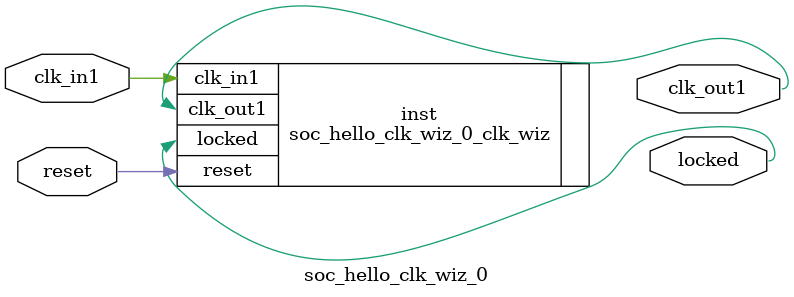
<source format=v>


`timescale 1ps/1ps

(* CORE_GENERATION_INFO = "soc_hello_clk_wiz_0,clk_wiz_v6_0_15_0_0,{component_name=soc_hello_clk_wiz_0,use_phase_alignment=true,use_min_o_jitter=false,use_max_i_jitter=false,use_dyn_phase_shift=false,use_inclk_switchover=false,use_dyn_reconfig=false,enable_axi=0,feedback_source=FDBK_AUTO,PRIMITIVE=MMCM,num_out_clk=1,clkin1_period=10.000,clkin2_period=10.000,use_power_down=false,use_reset=true,use_locked=true,use_inclk_stopped=false,feedback_type=SINGLE,CLOCK_MGR_TYPE=NA,manual_override=false}" *)

module soc_hello_clk_wiz_0 
 (
  // Clock out ports
  output        clk_out1,
  // Status and control signals
  input         reset,
  output        locked,
 // Clock in ports
  input         clk_in1
 );

  soc_hello_clk_wiz_0_clk_wiz inst
  (
  // Clock out ports  
  .clk_out1(clk_out1),
  // Status and control signals               
  .reset(reset), 
  .locked(locked),
 // Clock in ports
  .clk_in1(clk_in1)
  );

endmodule

</source>
